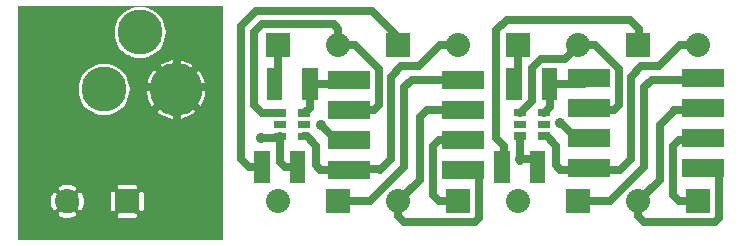
<source format=gbr>
G04 start of page 2 for group 0 idx 0 *
G04 Title: (unknown), component *
G04 Creator: pcb 20110918 *
G04 CreationDate: Mon 25 Mar 2013 04:24:27 AM GMT UTC *
G04 For: ndholmes *
G04 Format: Gerber/RS-274X *
G04 PCB-Dimensions: 240000 80000 *
G04 PCB-Coordinate-Origin: lower left *
%MOIN*%
%FSLAX25Y25*%
%LNTOP*%
%ADD23C,0.1100*%
%ADD22C,0.1250*%
%ADD21C,0.0480*%
%ADD20C,0.0200*%
%ADD19C,0.0360*%
%ADD18R,0.0240X0.0240*%
%ADD17R,0.0512X0.0512*%
%ADD16R,0.0600X0.0600*%
%ADD15C,0.1500*%
%ADD14C,0.1750*%
%ADD13C,0.0800*%
%ADD12C,0.0250*%
%ADD11C,0.0001*%
G54D11*G36*
X62159Y54164D02*X62252Y53920D01*
X62463Y53159D01*
X62605Y52382D01*
X62676Y51595D01*
Y50805D01*
X62605Y50018D01*
X62463Y49241D01*
X62252Y48480D01*
X62159Y48236D01*
Y54164D01*
G37*
G36*
Y78991D02*X69613D01*
Y991D01*
X62159D01*
Y45957D01*
X62516Y46549D01*
X62900Y47342D01*
X63211Y48166D01*
X63447Y49015D01*
X63606Y49882D01*
X63685Y50759D01*
Y51641D01*
X63606Y52518D01*
X63447Y53385D01*
X63211Y54234D01*
X62900Y55058D01*
X62516Y55851D01*
X62159Y56443D01*
Y78991D01*
G37*
G36*
X53939D02*X62159D01*
Y56443D01*
X62061Y56606D01*
X61541Y57316D01*
X61486Y57375D01*
X61423Y57424D01*
X61352Y57462D01*
X61277Y57489D01*
X61198Y57504D01*
X61118Y57507D01*
X61039Y57497D01*
X60962Y57474D01*
X60890Y57440D01*
X60823Y57395D01*
X60765Y57340D01*
X60716Y57276D01*
X60678Y57206D01*
X60651Y57131D01*
X60636Y57052D01*
X60633Y56972D01*
X60644Y56892D01*
X60666Y56815D01*
X60700Y56743D01*
X60747Y56678D01*
X61220Y56046D01*
X61628Y55369D01*
X61972Y54659D01*
X62159Y54164D01*
Y48236D01*
X61972Y47741D01*
X61628Y47031D01*
X61220Y46354D01*
X60754Y45717D01*
X60708Y45652D01*
X60674Y45581D01*
X60652Y45506D01*
X60642Y45428D01*
X60645Y45349D01*
X60659Y45272D01*
X60686Y45198D01*
X60724Y45129D01*
X60772Y45066D01*
X60829Y45012D01*
X60894Y44968D01*
X60965Y44934D01*
X61041Y44912D01*
X61119Y44902D01*
X61197Y44905D01*
X61275Y44919D01*
X61349Y44946D01*
X61418Y44983D01*
X61480Y45032D01*
X61533Y45090D01*
X62061Y45794D01*
X62159Y45957D01*
Y991D01*
X53939D01*
Y41450D01*
X54376D01*
X55253Y41529D01*
X56120Y41688D01*
X56969Y41924D01*
X57793Y42235D01*
X58586Y42619D01*
X59341Y43074D01*
X60051Y43594D01*
X60110Y43649D01*
X60159Y43712D01*
X60197Y43783D01*
X60224Y43858D01*
X60239Y43937D01*
X60242Y44017D01*
X60232Y44096D01*
X60209Y44173D01*
X60175Y44245D01*
X60130Y44312D01*
X60075Y44370D01*
X60011Y44419D01*
X59941Y44457D01*
X59866Y44484D01*
X59787Y44499D01*
X59707Y44502D01*
X59627Y44491D01*
X59550Y44469D01*
X59478Y44435D01*
X59413Y44388D01*
X58781Y43915D01*
X58104Y43507D01*
X57394Y43163D01*
X56655Y42883D01*
X55894Y42672D01*
X55117Y42530D01*
X54330Y42459D01*
X53939D01*
Y59941D01*
X54330D01*
X55117Y59870D01*
X55894Y59728D01*
X56655Y59517D01*
X57394Y59237D01*
X58104Y58893D01*
X58781Y58485D01*
X59418Y58019D01*
X59483Y57973D01*
X59554Y57939D01*
X59629Y57917D01*
X59707Y57907D01*
X59786Y57910D01*
X59863Y57924D01*
X59937Y57951D01*
X60006Y57989D01*
X60069Y58037D01*
X60123Y58094D01*
X60167Y58159D01*
X60201Y58230D01*
X60223Y58306D01*
X60233Y58384D01*
X60230Y58462D01*
X60216Y58540D01*
X60189Y58614D01*
X60152Y58683D01*
X60103Y58745D01*
X60045Y58798D01*
X59341Y59326D01*
X58586Y59781D01*
X57793Y60165D01*
X56969Y60476D01*
X56120Y60712D01*
X55253Y60871D01*
X54376Y60950D01*
X53939D01*
Y78991D01*
G37*
G36*
X45711D02*X53939D01*
Y60950D01*
X53494D01*
X52617Y60871D01*
X51750Y60712D01*
X50901Y60476D01*
X50077Y60165D01*
X49284Y59781D01*
X48529Y59326D01*
X47819Y58806D01*
X47760Y58751D01*
X47711Y58688D01*
X47673Y58617D01*
X47646Y58542D01*
X47631Y58463D01*
X47628Y58383D01*
X47638Y58304D01*
X47661Y58227D01*
X47695Y58155D01*
X47740Y58088D01*
X47795Y58030D01*
X47859Y57981D01*
X47929Y57943D01*
X48004Y57916D01*
X48083Y57901D01*
X48163Y57898D01*
X48243Y57909D01*
X48320Y57931D01*
X48392Y57965D01*
X48457Y58012D01*
X49089Y58485D01*
X49766Y58893D01*
X50476Y59237D01*
X51215Y59517D01*
X51976Y59728D01*
X52753Y59870D01*
X53540Y59941D01*
X53939D01*
Y42459D01*
X53540D01*
X52753Y42530D01*
X51976Y42672D01*
X51215Y42883D01*
X50476Y43163D01*
X49766Y43507D01*
X49089Y43915D01*
X48452Y44381D01*
X48387Y44427D01*
X48316Y44461D01*
X48241Y44483D01*
X48163Y44493D01*
X48084Y44490D01*
X48007Y44476D01*
X47933Y44449D01*
X47864Y44411D01*
X47801Y44363D01*
X47747Y44306D01*
X47703Y44241D01*
X47669Y44170D01*
X47647Y44094D01*
X47637Y44016D01*
X47640Y43938D01*
X47654Y43860D01*
X47681Y43786D01*
X47718Y43717D01*
X47767Y43655D01*
X47825Y43602D01*
X48529Y43074D01*
X49284Y42619D01*
X50077Y42235D01*
X50901Y41924D01*
X51750Y41688D01*
X52617Y41529D01*
X53494Y41450D01*
X53939D01*
Y991D01*
X45711D01*
Y45957D01*
X45809Y45794D01*
X46329Y45084D01*
X46384Y45025D01*
X46447Y44976D01*
X46518Y44938D01*
X46593Y44911D01*
X46672Y44896D01*
X46752Y44893D01*
X46831Y44903D01*
X46908Y44926D01*
X46980Y44960D01*
X47047Y45005D01*
X47105Y45060D01*
X47154Y45124D01*
X47192Y45194D01*
X47219Y45269D01*
X47234Y45348D01*
X47237Y45428D01*
X47226Y45508D01*
X47204Y45585D01*
X47170Y45657D01*
X47123Y45722D01*
X46650Y46354D01*
X46242Y47031D01*
X45898Y47741D01*
X45711Y48236D01*
Y54164D01*
X45898Y54659D01*
X46242Y55369D01*
X46650Y56046D01*
X47116Y56683D01*
X47162Y56748D01*
X47196Y56819D01*
X47218Y56894D01*
X47228Y56972D01*
X47225Y57051D01*
X47211Y57128D01*
X47184Y57202D01*
X47146Y57271D01*
X47098Y57334D01*
X47041Y57388D01*
X46976Y57432D01*
X46905Y57466D01*
X46829Y57488D01*
X46751Y57498D01*
X46673Y57495D01*
X46595Y57481D01*
X46521Y57454D01*
X46452Y57417D01*
X46390Y57368D01*
X46337Y57310D01*
X45809Y56606D01*
X45711Y56443D01*
Y62564D01*
X45806Y62603D01*
X46947Y63302D01*
X47964Y64171D01*
X48833Y65188D01*
X49532Y66329D01*
X50044Y67565D01*
X50356Y68866D01*
X50435Y70200D01*
X50356Y71534D01*
X50044Y72835D01*
X49532Y74071D01*
X48833Y75212D01*
X47964Y76229D01*
X46947Y77098D01*
X45806Y77797D01*
X45711Y77836D01*
Y78991D01*
G37*
G36*
Y48236D02*X45618Y48480D01*
X45407Y49241D01*
X45265Y50018D01*
X45194Y50805D01*
Y51595D01*
X45265Y52382D01*
X45407Y53159D01*
X45618Y53920D01*
X45711Y54164D01*
Y48236D01*
G37*
G36*
X42402Y61711D02*X43269Y61779D01*
X44570Y62091D01*
X45711Y62564D01*
Y56443D01*
X45354Y55851D01*
X44970Y55058D01*
X44659Y54234D01*
X44423Y53385D01*
X44264Y52518D01*
X44185Y51641D01*
Y50759D01*
X44264Y49882D01*
X44423Y49015D01*
X44659Y48166D01*
X44970Y47342D01*
X45354Y46549D01*
X45711Y45957D01*
Y991D01*
X42402D01*
Y10680D01*
X42520Y10689D01*
X42634Y10717D01*
X42744Y10762D01*
X42844Y10823D01*
X42934Y10900D01*
X43011Y10990D01*
X43072Y11090D01*
X43117Y11200D01*
X43145Y11314D01*
X43152Y11432D01*
Y16432D01*
X43145Y16550D01*
X43117Y16664D01*
X43072Y16774D01*
X43011Y16874D01*
X42934Y16964D01*
X42844Y17041D01*
X42744Y17102D01*
X42634Y17147D01*
X42520Y17175D01*
X42402Y17184D01*
Y61711D01*
G37*
G36*
X37652Y62856D02*X38064Y62603D01*
X39300Y62091D01*
X40601Y61779D01*
X41935Y61674D01*
X42402Y61711D01*
Y17184D01*
X42284Y17175D01*
X42170Y17147D01*
X42060Y17102D01*
X41960Y17041D01*
X41870Y16964D01*
X41793Y16874D01*
X41732Y16774D01*
X41687Y16664D01*
X41659Y16550D01*
X41652Y16432D01*
Y11432D01*
X41659Y11314D01*
X41687Y11200D01*
X41732Y11090D01*
X41793Y10990D01*
X41870Y10900D01*
X41960Y10823D01*
X42060Y10762D01*
X42170Y10717D01*
X42284Y10689D01*
X42402Y10680D01*
Y991D01*
X37652D01*
Y8432D01*
X40152D01*
X40270Y8439D01*
X40384Y8467D01*
X40494Y8512D01*
X40594Y8573D01*
X40684Y8650D01*
X40761Y8740D01*
X40822Y8840D01*
X40867Y8950D01*
X40895Y9064D01*
X40904Y9182D01*
X40895Y9300D01*
X40867Y9414D01*
X40822Y9524D01*
X40761Y9624D01*
X40684Y9714D01*
X40594Y9791D01*
X40494Y9852D01*
X40384Y9897D01*
X40270Y9925D01*
X40152Y9932D01*
X37652D01*
Y17932D01*
X40152D01*
X40270Y17939D01*
X40384Y17967D01*
X40494Y18012D01*
X40594Y18073D01*
X40684Y18150D01*
X40761Y18240D01*
X40822Y18340D01*
X40867Y18450D01*
X40895Y18564D01*
X40904Y18682D01*
X40895Y18800D01*
X40867Y18914D01*
X40822Y19024D01*
X40761Y19124D01*
X40684Y19214D01*
X40594Y19291D01*
X40494Y19352D01*
X40384Y19397D01*
X40270Y19425D01*
X40152Y19432D01*
X37652D01*
Y47619D01*
X38044Y48565D01*
X38356Y49866D01*
X38435Y51200D01*
X38356Y52534D01*
X38044Y53835D01*
X37652Y54781D01*
Y62856D01*
G37*
G36*
Y78991D02*X45711D01*
Y77836D01*
X44570Y78309D01*
X43269Y78621D01*
X41935Y78726D01*
X40601Y78621D01*
X39300Y78309D01*
X38064Y77797D01*
X37652Y77544D01*
Y78991D01*
G37*
G36*
Y991D02*X32902D01*
Y10680D01*
X33020Y10689D01*
X33134Y10717D01*
X33244Y10762D01*
X33344Y10823D01*
X33434Y10900D01*
X33511Y10990D01*
X33572Y11090D01*
X33617Y11200D01*
X33645Y11314D01*
X33652Y11432D01*
Y16432D01*
X33645Y16550D01*
X33617Y16664D01*
X33572Y16774D01*
X33511Y16874D01*
X33434Y16964D01*
X33344Y17041D01*
X33244Y17102D01*
X33134Y17147D01*
X33020Y17175D01*
X32902Y17184D01*
Y43229D01*
X33806Y43603D01*
X34947Y44302D01*
X35964Y45171D01*
X36833Y46188D01*
X37532Y47329D01*
X37652Y47619D01*
Y19432D01*
X35152D01*
X35034Y19425D01*
X34920Y19397D01*
X34810Y19352D01*
X34710Y19291D01*
X34620Y19214D01*
X34543Y19124D01*
X34482Y19024D01*
X34437Y18914D01*
X34409Y18800D01*
X34400Y18682D01*
X34409Y18564D01*
X34437Y18450D01*
X34482Y18340D01*
X34543Y18240D01*
X34620Y18150D01*
X34710Y18073D01*
X34810Y18012D01*
X34920Y17967D01*
X35034Y17939D01*
X35152Y17932D01*
X37652D01*
Y9932D01*
X35152D01*
X35034Y9925D01*
X34920Y9897D01*
X34810Y9852D01*
X34710Y9791D01*
X34620Y9714D01*
X34543Y9624D01*
X34482Y9524D01*
X34437Y9414D01*
X34409Y9300D01*
X34400Y9182D01*
X34409Y9064D01*
X34437Y8950D01*
X34482Y8840D01*
X34543Y8740D01*
X34620Y8650D01*
X34710Y8573D01*
X34810Y8512D01*
X34920Y8467D01*
X35034Y8439D01*
X35152Y8432D01*
X37652D01*
Y991D01*
G37*
G36*
X32902D02*X29922D01*
Y42675D01*
X29935Y42674D01*
X31269Y42779D01*
X32570Y43091D01*
X32902Y43229D01*
Y17184D01*
X32784Y17175D01*
X32670Y17147D01*
X32560Y17102D01*
X32460Y17041D01*
X32370Y16964D01*
X32293Y16874D01*
X32232Y16774D01*
X32187Y16664D01*
X32159Y16550D01*
X32152Y16432D01*
Y11432D01*
X32159Y11314D01*
X32187Y11200D01*
X32232Y11090D01*
X32293Y10990D01*
X32370Y10900D01*
X32460Y10823D01*
X32560Y10762D01*
X32670Y10717D01*
X32784Y10689D01*
X32902Y10680D01*
Y991D01*
G37*
G36*
X29922Y78991D02*X37652D01*
Y77544D01*
X36923Y77098D01*
X35906Y76229D01*
X35037Y75212D01*
X34338Y74071D01*
X33826Y72835D01*
X33514Y71534D01*
X33409Y70200D01*
X33514Y68866D01*
X33826Y67565D01*
X34338Y66329D01*
X35037Y65188D01*
X35906Y64171D01*
X36923Y63302D01*
X37652Y62856D01*
Y54781D01*
X37532Y55071D01*
X36833Y56212D01*
X35964Y57229D01*
X34947Y58098D01*
X33806Y58797D01*
X32570Y59309D01*
X31269Y59621D01*
X29935Y59726D01*
X29922Y59725D01*
Y78991D01*
G37*
G36*
X22145Y47796D02*X22338Y47329D01*
X23037Y46188D01*
X23906Y45171D01*
X24923Y44302D01*
X26064Y43603D01*
X27300Y43091D01*
X28601Y42779D01*
X29922Y42675D01*
Y991D01*
X22145D01*
Y11077D01*
X22230Y11113D01*
X22331Y11175D01*
X22421Y11251D01*
X22497Y11341D01*
X22557Y11443D01*
X22774Y11912D01*
X22941Y12401D01*
X23061Y12904D01*
X23134Y13416D01*
X23158Y13932D01*
X23134Y14448D01*
X23061Y14960D01*
X22941Y15463D01*
X22774Y15952D01*
X22562Y16424D01*
X22501Y16525D01*
X22424Y16616D01*
X22334Y16693D01*
X22232Y16755D01*
X22145Y16792D01*
Y47796D01*
G37*
G36*
Y78991D02*X29922D01*
Y59725D01*
X28601Y59621D01*
X27300Y59309D01*
X26064Y58797D01*
X24923Y58098D01*
X23906Y57229D01*
X23037Y56212D01*
X22338Y55071D01*
X22145Y54604D01*
Y78991D01*
G37*
G36*
X17654D02*X22145D01*
Y54604D01*
X21826Y53835D01*
X21514Y52534D01*
X21409Y51200D01*
X21514Y49866D01*
X21826Y48565D01*
X22145Y47796D01*
Y16792D01*
X22123Y16801D01*
X22007Y16829D01*
X21889Y16838D01*
X21771Y16829D01*
X21655Y16802D01*
X21545Y16756D01*
X21444Y16694D01*
X21354Y16618D01*
X21276Y16527D01*
X21214Y16426D01*
X21168Y16317D01*
X21141Y16201D01*
X21131Y16083D01*
X21140Y15964D01*
X21168Y15849D01*
X21215Y15740D01*
X21373Y15400D01*
X21494Y15044D01*
X21582Y14679D01*
X21634Y14307D01*
X21652Y13932D01*
X21634Y13557D01*
X21582Y13185D01*
X21494Y12820D01*
X21373Y12464D01*
X21219Y12122D01*
X21172Y12014D01*
X21145Y11899D01*
X21135Y11781D01*
X21145Y11664D01*
X21173Y11549D01*
X21218Y11440D01*
X21280Y11339D01*
X21357Y11250D01*
X21447Y11173D01*
X21547Y11112D01*
X21656Y11067D01*
X21771Y11039D01*
X21889Y11030D01*
X22007Y11040D01*
X22121Y11067D01*
X22145Y11077D01*
Y991D01*
X17654D01*
Y8426D01*
X18168Y8450D01*
X18680Y8523D01*
X19183Y8643D01*
X19672Y8810D01*
X20144Y9022D01*
X20245Y9083D01*
X20336Y9160D01*
X20413Y9250D01*
X20475Y9352D01*
X20521Y9461D01*
X20549Y9577D01*
X20558Y9695D01*
X20549Y9813D01*
X20522Y9929D01*
X20476Y10039D01*
X20414Y10140D01*
X20338Y10230D01*
X20247Y10308D01*
X20146Y10370D01*
X20037Y10416D01*
X19921Y10443D01*
X19803Y10453D01*
X19684Y10444D01*
X19569Y10416D01*
X19460Y10369D01*
X19120Y10211D01*
X18764Y10090D01*
X18399Y10002D01*
X18027Y9950D01*
X17654Y9932D01*
Y17932D01*
X18027Y17914D01*
X18399Y17862D01*
X18764Y17774D01*
X19120Y17653D01*
X19462Y17499D01*
X19570Y17452D01*
X19685Y17425D01*
X19803Y17415D01*
X19920Y17425D01*
X20035Y17453D01*
X20144Y17498D01*
X20245Y17560D01*
X20334Y17637D01*
X20411Y17727D01*
X20472Y17827D01*
X20517Y17936D01*
X20545Y18051D01*
X20554Y18169D01*
X20544Y18287D01*
X20517Y18401D01*
X20471Y18510D01*
X20409Y18611D01*
X20333Y18701D01*
X20243Y18777D01*
X20141Y18837D01*
X19672Y19054D01*
X19183Y19221D01*
X18680Y19341D01*
X18168Y19414D01*
X17654Y19438D01*
Y78991D01*
G37*
G36*
X13159D02*X17654D01*
Y19438D01*
X17652Y19438D01*
X17136Y19414D01*
X16624Y19341D01*
X16121Y19221D01*
X15632Y19054D01*
X15160Y18842D01*
X15059Y18781D01*
X14968Y18704D01*
X14891Y18614D01*
X14829Y18512D01*
X14783Y18403D01*
X14755Y18287D01*
X14746Y18169D01*
X14755Y18051D01*
X14782Y17935D01*
X14828Y17825D01*
X14890Y17724D01*
X14966Y17634D01*
X15057Y17556D01*
X15158Y17494D01*
X15267Y17448D01*
X15383Y17421D01*
X15501Y17411D01*
X15620Y17420D01*
X15735Y17448D01*
X15844Y17495D01*
X16184Y17653D01*
X16540Y17774D01*
X16905Y17862D01*
X17277Y17914D01*
X17652Y17932D01*
X17654Y17932D01*
Y9932D01*
X17652Y9932D01*
X17277Y9950D01*
X16905Y10002D01*
X16540Y10090D01*
X16184Y10211D01*
X15842Y10365D01*
X15734Y10412D01*
X15619Y10439D01*
X15501Y10449D01*
X15384Y10439D01*
X15269Y10411D01*
X15160Y10366D01*
X15059Y10304D01*
X14970Y10227D01*
X14893Y10137D01*
X14832Y10037D01*
X14787Y9928D01*
X14759Y9813D01*
X14750Y9695D01*
X14760Y9577D01*
X14787Y9463D01*
X14833Y9354D01*
X14895Y9253D01*
X14971Y9163D01*
X15061Y9087D01*
X15163Y9027D01*
X15632Y8810D01*
X16121Y8643D01*
X16624Y8523D01*
X17136Y8450D01*
X17652Y8426D01*
X17654Y8426D01*
Y991D01*
X13159D01*
Y11072D01*
X13181Y11063D01*
X13297Y11035D01*
X13415Y11026D01*
X13533Y11035D01*
X13649Y11062D01*
X13759Y11108D01*
X13860Y11170D01*
X13950Y11246D01*
X14028Y11337D01*
X14090Y11438D01*
X14136Y11547D01*
X14163Y11663D01*
X14173Y11781D01*
X14164Y11900D01*
X14136Y12015D01*
X14089Y12124D01*
X13931Y12464D01*
X13810Y12820D01*
X13722Y13185D01*
X13670Y13557D01*
X13652Y13932D01*
X13670Y14307D01*
X13722Y14679D01*
X13810Y15044D01*
X13931Y15400D01*
X14085Y15742D01*
X14132Y15850D01*
X14159Y15965D01*
X14169Y16083D01*
X14159Y16200D01*
X14131Y16315D01*
X14086Y16424D01*
X14024Y16525D01*
X13947Y16614D01*
X13857Y16691D01*
X13757Y16752D01*
X13648Y16797D01*
X13533Y16825D01*
X13415Y16834D01*
X13297Y16824D01*
X13183Y16797D01*
X13159Y16787D01*
Y78991D01*
G37*
G36*
X1113Y991D02*Y78991D01*
X13159D01*
Y16787D01*
X13074Y16751D01*
X12973Y16689D01*
X12883Y16613D01*
X12807Y16523D01*
X12747Y16421D01*
X12530Y15952D01*
X12363Y15463D01*
X12243Y14960D01*
X12170Y14448D01*
X12146Y13932D01*
X12170Y13416D01*
X12243Y12904D01*
X12363Y12401D01*
X12530Y11912D01*
X12742Y11440D01*
X12803Y11339D01*
X12880Y11248D01*
X12970Y11171D01*
X13072Y11109D01*
X13159Y11072D01*
Y991D01*
X1113D01*
G37*
G54D12*X88013Y65991D02*Y54301D01*
X80013Y45991D02*Y70491D01*
X82513Y72991D01*
X106513D01*
X108013Y71491D01*
Y65991D01*
X98513Y52991D02*X110013D01*
X111513Y54491D01*
X121513Y45991D02*Y57991D01*
X113513Y65991D01*
X108013D01*
X128013Y68591D02*X119113Y77491D01*
X80613D01*
X75613Y72491D01*
X41113Y51991D02*X66613D01*
X54113Y39491D02*Y64491D01*
X45613Y43491D02*X62613Y60491D01*
X62113Y44491D02*X61613D01*
X46113Y59991D01*
X149513Y34491D02*X141513D01*
X139513Y32491D01*
Y15991D01*
X128013Y8991D02*X130013Y6991D01*
X118513Y13991D02*X130013Y25491D01*
Y6991D02*X153513D01*
X155013Y8491D01*
X139513Y15991D02*X141513Y13991D01*
X148013D01*
X128013D02*Y8991D01*
X155013Y8491D02*Y18991D01*
Y17491D02*Y25491D01*
X135113Y21091D02*X128013Y13991D01*
X98513Y52991D02*Y45196D01*
X96713Y35596D02*X97408D01*
X100513Y32491D01*
Y25991D01*
X102013Y24491D01*
X111013D01*
X108013Y13991D02*X118513D01*
X110713Y24591D02*X110613Y24491D01*
X122113Y24591D02*X110713D01*
X102113Y39491D02*X106613Y34991D01*
X122013Y24491D02*X125513Y27991D01*
Y55491D01*
X130013Y25491D02*Y51991D01*
X125513Y55491D02*X129013Y58991D01*
X135013D01*
X142013Y65991D01*
X148013D01*
X128013D02*Y68591D01*
X130013Y51991D02*X132513Y54491D01*
X149513D01*
X140013Y44491D02*X149513D01*
X140613D02*X137613D01*
X135113Y41991D01*
Y21091D01*
X88013Y54301D02*X86703Y52991D01*
X75613Y72491D02*Y27991D01*
X98513Y45196D02*X96713Y43396D01*
X112013Y44491D02*X120013D01*
X121513Y45991D01*
X88513Y43396D02*X82608D01*
X80013Y45991D01*
X75613Y27991D02*X78113Y25491D01*
X82608D01*
X82113Y34991D02*X87908D01*
X88513Y35596D01*
Y27091D01*
X90113Y25491D01*
X94418D01*
X212500Y54500D02*X229500D01*
X210000Y52000D02*X212500Y54500D01*
X222000Y66000D02*X228000D01*
X215000Y59000D02*X222000Y66000D01*
X209000Y59000D02*X215000D01*
X205500Y55500D02*X209000Y59000D01*
X201500Y46000D02*Y58000D01*
X200000Y44500D02*X201500Y46000D01*
X192000Y44500D02*X200000D01*
X190000Y53000D02*X191500Y54500D01*
X193500Y66000D02*X188000D01*
X201500Y58000D02*X193500Y66000D01*
X198500Y14000D02*X210000Y25500D01*
X188000Y14000D02*X198500D01*
X182000Y24500D02*X191000D01*
X191500D02*X202000D01*
X180500Y26000D02*X182000Y24500D01*
X202000D02*X205500Y28000D01*
X235000Y17500D02*Y25500D01*
Y8500D02*Y19000D01*
X233500Y7000D02*X235000Y8500D01*
X210000Y7000D02*X233500D01*
X208000Y9000D02*X210000Y7000D01*
X208000Y14000D02*Y9000D01*
X215113Y21104D02*X208000Y13991D01*
X221500Y14000D02*X228000D01*
X219500Y16000D02*X221500Y14000D01*
X219500Y32500D02*Y16000D01*
X180500Y32500D02*Y26000D01*
X163113Y25491D02*Y32491D01*
X160613Y34991D01*
X168613Y27991D02*X175113D01*
X177395Y35605D02*X180500Y32500D01*
X182113Y39991D02*X187113Y34991D01*
X192613D01*
X176700Y35605D02*X177395D01*
X168613Y35491D02*Y27491D01*
X220000Y44500D02*X229500D01*
Y34500D02*X221500D01*
X221604Y44500D02*X220122D01*
X215113Y39491D01*
X205500Y28000D02*Y55500D01*
X210000Y25500D02*Y52000D01*
X221500Y34500D02*X219500Y32500D01*
X215113Y39491D02*Y21104D01*
X178500Y45205D02*X176700Y43405D01*
X178500Y53000D02*Y45205D01*
X168613Y43491D02*X172613Y47491D01*
X160613Y34991D02*Y70991D01*
X164113Y74491D01*
X178500Y53000D02*X190000D01*
X168000Y54310D02*X166690Y53000D01*
X172613Y47491D02*Y58491D01*
X168000Y66000D02*Y54310D01*
X172613Y58491D02*X175613Y61491D01*
X183613D01*
X188113Y65991D01*
X164113Y74491D02*X205113D01*
X208113Y71491D01*
Y65491D01*
G54D11*G36*
X224000Y18000D02*Y10000D01*
X232000D01*
Y18000D01*
X224000D01*
G37*
G54D13*X208000Y14000D03*
G54D11*G36*
X184000Y18000D02*Y10000D01*
X192000D01*
Y18000D01*
X184000D01*
G37*
G54D13*X168000Y14000D03*
G54D11*G36*
X144013Y17991D02*Y9991D01*
X152013D01*
Y17991D01*
X144013D01*
G37*
G36*
X204000Y70000D02*Y62000D01*
X212000D01*
Y70000D01*
X204000D01*
G37*
G54D13*X228000Y66000D03*
G54D11*G36*
X164000Y70000D02*Y62000D01*
X172000D01*
Y70000D01*
X164000D01*
G37*
G54D13*X188000Y66000D03*
G54D11*G36*
X124013Y69991D02*Y61991D01*
X132013D01*
Y69991D01*
X124013D01*
G37*
G36*
X84013D02*Y61991D01*
X92013D01*
Y69991D01*
X84013D01*
G37*
G54D13*X108013Y65991D03*
G54D14*X53935Y51200D03*
G54D15*X29935D03*
X41935Y70200D03*
G54D13*X148013Y65991D03*
G54D11*G36*
X104013Y17991D02*Y9991D01*
X112013D01*
Y17991D01*
X104013D01*
G37*
G54D13*X128013Y13991D03*
X88013D03*
G54D11*G36*
X33652Y17932D02*Y9932D01*
X41652D01*
Y17932D01*
X33652D01*
G37*
G54D13*X17652Y13932D03*
G54D16*X187500Y55000D02*X195500D01*
X225500D02*X233500D01*
X225500Y45000D02*X233500D01*
X225500Y35000D02*X233500D01*
X225500Y25000D02*X233500D01*
X187500Y45000D02*X195500D01*
X187500Y35000D02*X195500D01*
X187500Y25000D02*X195500D01*
G54D17*X166595Y55755D02*Y50245D01*
X162595Y28255D02*Y22745D01*
G54D18*X167700Y43500D02*X169300D01*
X167700Y39600D02*X169300D01*
X167700Y35700D02*X169300D01*
X175900Y39600D02*X177500D01*
X175900Y43500D02*X177500D01*
G54D17*X178405Y55755D02*Y50245D01*
G54D18*X175900Y35700D02*X177500D01*
G54D17*X174405Y28255D02*Y22745D01*
G54D16*X145513Y54491D02*X153513D01*
X145513Y44491D02*X153513D01*
X145513Y34491D02*X153513D01*
X145513Y24491D02*X153513D01*
X107513Y54491D02*X115513D01*
X107513Y44491D02*X115513D01*
G54D17*X86703Y55746D02*Y50236D01*
X98513Y55746D02*Y50236D01*
G54D18*X87713Y43396D02*X89313D01*
X95913D02*X97513D01*
G54D16*X107513Y34491D02*X115513D01*
X107513Y24491D02*X115513D01*
G54D18*X87713Y39496D02*X89313D01*
X87713Y35596D02*X89313D01*
G54D17*X82608Y28246D02*Y22736D01*
X94418Y28246D02*Y22736D01*
G54D18*X95913Y35596D02*X97513D01*
X95913Y39496D02*X97513D01*
G54D19*X102113Y39491D03*
X82113Y34991D03*
X48613Y3991D03*
X52113Y20491D03*
Y15491D03*
X182000Y40000D03*
X168613Y27991D03*
X42613Y3991D03*
X36613D03*
X30613D03*
X24613D03*
X18613D03*
G54D20*G54D21*G54D22*G54D23*G54D21*M02*

</source>
